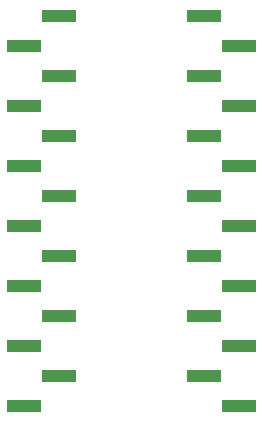
<source format=gbp>
G04 Layer_Color=128*
%FSLAX25Y25*%
%MOIN*%
G70*
G01*
G75*
%ADD38R,0.11811X0.03937*%
D38*
X664189Y304800D02*
D03*
X676000Y174800D02*
D03*
Y194800D02*
D03*
X664189Y184800D02*
D03*
Y204800D02*
D03*
X676000Y214800D02*
D03*
Y294800D02*
D03*
X664189Y284800D02*
D03*
Y264800D02*
D03*
X676000Y274800D02*
D03*
Y234800D02*
D03*
X664189Y224800D02*
D03*
Y244800D02*
D03*
X676000Y254800D02*
D03*
X616000Y304800D02*
D03*
Y264800D02*
D03*
X604189Y254800D02*
D03*
Y234800D02*
D03*
X616000Y244800D02*
D03*
Y284800D02*
D03*
X604189Y274800D02*
D03*
Y294800D02*
D03*
X616000Y224800D02*
D03*
X604189Y214800D02*
D03*
Y194800D02*
D03*
X616000Y204800D02*
D03*
Y184800D02*
D03*
X604189Y174800D02*
D03*
M02*

</source>
